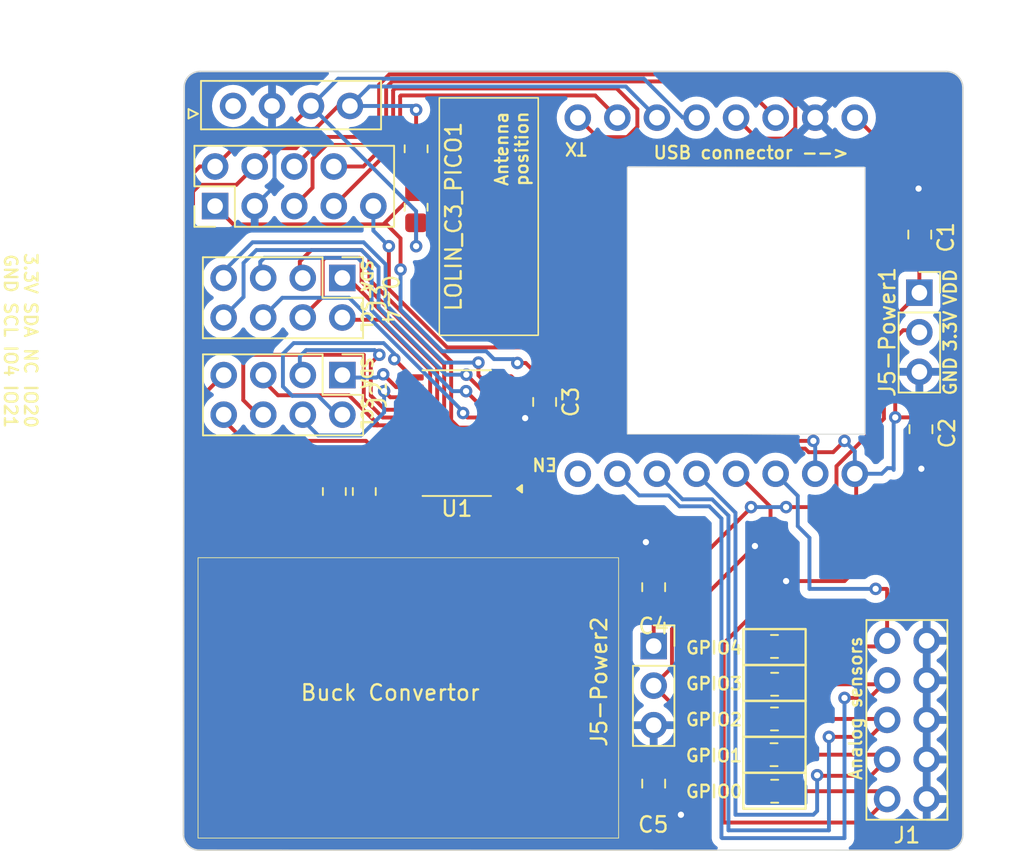
<source format=kicad_pcb>
(kicad_pcb (version 20240108) (generator "pcbnew") (generator_version "8.0")
  (layers (0 "F.Cu" signal) (31 "B.Cu" signal) (34 "B.Paste" user) (35 "F.Paste" user) (36 "B.SilkS" user "B.Silkscreen") (37 "F.SilkS" user "F.Silkscreen") (38 "B.Mask" user) (39 "F.Mask" user) (44 "Edge.Cuts" user))
  (net 0 "")
  (net 1 "GND")
  (net 2 "VDD")
  (net 3 "+3.3V")
  (net 4 "/SDA")
  (net 5 "/SCL")
  (net 6 "/SPI_CS")
  (net 7 "/GPIO4_LED")
  (net 8 "/GPIO20_RX")
  (net 9 "/GPIO21_TX")
  (net 11 "Net-(J1-Pin_4)")
  (net 12 "Net-(J1-Pin_2)")
  (net 13 "Vdd")
  (net 14 "Net-(J1-Pin_10)")
  (net 15 "Net-(J1-Pin_6)")
  (net 16 "Net-(J1-Pin_8)")
  (net 17 "/A5")
  (net 22 "Net-(J2-Pin_8)")
  (net 23 "Net-(J2-Pin_1)")
  (net 24 "Net-(J2-Pin_3)")
  (net 25 "Net-(J2-Pin_4)")
  (net 26 "Net-(J2-Pin_7)")
  (net 27 "Net-(J2-Pin_6)")
  (net 28 "Net-(J2-Pin_5)")
  (net 29 "Net-(J2-Pin_2)")
  (net 30 "Net-(J3-Pin_6)")
  (net 31 "Net-(J3-Pin_1)")
  (net 32 "Net-(J3-Pin_2)")
  (net 33 "Net-(J3-Pin_8)")
  (net 34 "Net-(J3-Pin_5)")
  (net 35 "Net-(J3-Pin_4)")
  (net 36 "Net-(J3-Pin_7)")
  (net 37 "Net-(J3-Pin_3)")
  (net 38 "Net-(U1-SCL)")
  (net 39 "Net-(U1-SDA)")
  (footprint "Resistor_SMD:R_0805_2012Metric_Pad1.20x1.40mm_HandSolder" (layer "F.Cu") (at 216.477471 100.14289 180)
    (property "Reference" "R16" (hide yes))
    (property "Value" "R")
  )
  (footprint "Resistor_SMD:R_0805_2012Metric_Pad1.20x1.40mm_HandSolder" (layer "F.Cu") (at 188.25 83.25 -90)
    (property "Reference" "R4" (hide yes))
    (property "Value" "R")
  )
  (footprint "Connector_PinHeader_2.54mm:PinHeader_2x05_P2.54mm_Vertical" (layer "F.Cu") (at 226.275 102.99 180)
    (property "Reference" "J1")
    (property "Value" "Conn_01x06")
  )
  (footprint "Resistor_SMD:R_0805_2012Metric_Pad1.20x1.40mm_HandSolder" (layer "F.Cu") (at 216.517364 102.489315 180)
    (property "Reference" "R17" (hide yes))
    (property "Value" "R")
  )
  (footprint "Capacitor_SMD:C_0805_2012Metric_Pad1.18x1.45mm_HandSolder" (layer "F.Cu") (at 201.75 77.5 -90)
    (property "Reference" "C3")
    (property "Value" "C_Small")
  )
  (footprint "Resistor_SMD:R_0805_2012Metric_Pad1.20x1.40mm_HandSolder" (layer "F.Cu") (at 190.173059 83.25 90)
    (property "Reference" "R1" (hide yes))
    (property "Value" "R")
  )
  (footprint "Connector_PinSocket_2.54mm:PinSocket_1x03_P2.54mm_Vertical" (layer "F.Cu") (at 208.75 93.17)
    (property "Reference" "J5-Power2")
    (property "Value" "Conn_01x03")
  )
  (footprint "Capacitor_SMD:C_0805_2012Metric_Pad1.18x1.45mm_HandSolder" (layer "F.Cu") (at 225.8314 66.7551 -90)
    (property "Reference" "C1")
    (property "Value" "C_Small")
  )
  (footprint "Resistor_SMD:R_0805_2012Metric_Pad1.20x1.40mm_HandSolder" (layer "F.Cu") (at 216.517364 95.623253 180)
    (property "Reference" "R14" (hide yes))
    (property "Value" "R" (hide yes))
  )
  (footprint "Connector_PinHeader_2.54mm:PinHeader_2x04_P2.54mm_Vertical" (layer "F.Cu") (at 188.768084 75.775065 -90)
    (property "Reference" "J2")
    (property "Value" "Conn_01x06")
  )
  (footprint "Connector_PinHeader_2.54mm:PinHeader_2x04_P2.54mm_Vertical" (layer "F.Cu") (at 188.762287 69.539929 -90)
    (property "Reference" "J3")
    (property "Value" "Conn_01x06")
  )
  (footprint "Resistor_SMD:R_0805_2012Metric_Pad1.20x1.40mm_HandSolder" (layer "F.Cu") (at 216.504548 93.195806 180)
    (property "Reference" "R13" (hide yes))
    (property "Value" "R" (hide yes))
  )
  (footprint "Resistor_SMD:R_0805_2012Metric_Pad1.20x1.40mm_HandSolder" (layer "F.Cu") (at 216.504135 97.849793 180)
    (property "Reference" "R15" (hide yes))
    (property "Value" "R" (hide yes))
  )
  (footprint "Connector_PinHeader_2.54mm:PinHeader_2x05_P2.54mm_Vertical" (layer "F.Cu") (at 180.595928 64.925302 90)
    (property "Reference" "J4-OffTheShelf-Digital1" (hide yes))
    (property "Value" "Conn_02x06_Counter_Clockwise")
  )
  (footprint "Resistor_SMD:R_0805_2012Metric_Pad1.20x1.40mm_HandSolder" (layer "F.Cu") (at 193.5 65 90)
    (property "Reference" "R2" (hide yes))
    (property "Value" "R")
  )
  (footprint "User:LOLIN_C3_PICO_1.0.0" (layer "F.Cu") (at 214.04 69.41 90)
    (property "Reference" "LOLIN_C3_PICO1")
    (property "Value" "~" (hide yes))
    (fp_rect (start -10.16 -6.985) (end 6.985 8.255) (stroke (width 0.05)) (fill none) (layer "Edge.Cuts"))
  )
  (footprint "Capacitor_SMD:C_0805_2012Metric_Pad1.18x1.45mm_HandSolder" (layer "F.Cu") (at 225.9076 79.2519 90)
    (property "Reference" "C2")
    (property "Value" "C_Small")
  )
  (footprint "Package_SO:TSSOP-24_4.4x7.8mm_P0.65mm" (layer "F.Cu") (at 196.1125 79.5 180)
    (property "Reference" "U1")
    (property "Value" "TCA9548APWR")
  )
  (footprint "Capacitor_SMD:C_0805_2012Metric_Pad1.18x1.45mm_HandSolder" (layer "F.Cu") (at 208.75 89.39001 -90)
    (property "Reference" "C4")
    (property "Value" "C_Small")
  )
  (footprint "Connector_PinSocket_2.54mm:PinSocket_1x03_P2.54mm_Vertical" (layer "F.Cu") (at 225.806 70.485)
    (property "Reference" "J5-Power1")
    (property "Value" "Conn_01x03")
  )
  (footprint "Capacitor_SMD:C_0805_2012Metric_Pad1.18x1.45mm_HandSolder" (layer "F.Cu") (at 208.75 102 90)
    (property "Reference" "C5")
    (property "Value" "C_Small")
  )
  (footprint "Connector_JST:JST_VH_B4P-VH-B_1x04_P3.96mm_Vertical" (layer "F.Cu") (at 181.75 59)
    (property "Reference" "J3-MagneticInterconnect1" (hide yes))
    (property "Value" "Conn_01x08" (hide yes))
  )
  (footprint "Resistor_SMD:R_0805_2012Metric_Pad1.20x1.40mm_HandSolder" (layer "F.Cu") (at 193.5 61.25 -90)
    (property "Reference" "R3" (hide yes))
    (property "Value" "R")
  )
  (gr_rect (start 214.504548 101.304079) (end 218.504548 103.614528) (stroke (width 0.15)) (fill none) (layer "F.SilkS"))
  (gr_rect (start 214.504548 96.688926) (end 218.504548 98.999375) (stroke (width 0.15)) (fill none) (layer "F.SilkS"))
  (gr_rect (start 179.5 87.5) (end 206.5 105.5) (stroke (width 0.05)) (fill none) (layer "F.SilkS"))
  (gr_rect (start 214.505855 92.080766) (end 218.505855 94.391215) (stroke (width 0.15)) (fill none) (layer "F.SilkS"))
  (gr_rect (start 214.5 99) (end 218.5 101.310449) (stroke (width 0.15)) (fill none) (layer "F.SilkS"))
  (gr_rect (start 214.504548 94.385357) (end 218.504548 96.695806) (stroke (width 0.15)) (fill none) (layer "F.SilkS"))
  (gr_arc (start 178.6128 57.3024) (mid 178.910379 56.583979) (end 179.6288 56.2864) (stroke (width 0.1)) (layer "Edge.Cuts"))
  (gr_arc (start 179.6034 106.273909) (mid 178.875836 105.977726) (end 178.562001 105.2576) (stroke (width 0.1)) (layer "Edge.Cuts"))
  (gr_arc (start 228.601264 105.241224) (mid 228.305081 105.968788) (end 227.584955 106.282623) (stroke (width 0.1)) (layer "Edge.Cuts"))
  (gr_line (start 178.6128 57.3024) (end 178.562001 105.2576) (stroke (width 0.1)) (layer "Edge.Cuts"))
  (gr_line (start 228.601264 105.241224) (end 228.6 57.3532) (stroke (width 0.1)) (layer "Edge.Cuts"))
  (gr_arc (start 227.5332 56.2864) (mid 228.287542 56.598858) (end 228.6 57.3532) (stroke (width 0.1)) (layer "Edge.Cuts"))
  (gr_line (start 179.6034 106.273909) (end 227.584955 106.282623) (stroke (width 0.1)) (layer "Edge.Cuts"))
  (gr_line (start 227.5332 56.2864) (end 179.6288 56.2864) (stroke (width 0.1)) (layer "Edge.Cuts"))
  (gr_text "EN" (at 201.75 81.5 180) (layer "F.SilkS") (effects (font (size 0.8 0.8))))
  (gr_text "GPIO2\n" (at 210.736054 98.3629 0) (layer "F.SilkS") (effects (font (size 0.8 0.8)) (justify left bottom)))
  (gr_text "3.3V" (at 227.7872 72.948804 90) (layer "F.SilkS") (effects (font (size 0.8 0.8))))
  (gr_text "SDA\n" (at 189.905315 74.563853 270) (layer "F.SilkS") (effects (font (size 0.7 0.7)) (justify left bottom)))
  (gr_text "IO20\nIO21" (at 167 77.784443 -90) (layer "F.SilkS") (effects (font (size 0.8 0.8)) (justify bottom)))
  (gr_text "NC\nIO4" (at 167 74.876137 -90) (layer "F.SilkS") (effects (font (size 0.8 0.8)) (justify bottom)))
  (gr_text "Buck Convertor" (at 186 96.75 0) (layer "F.SilkS") (effects (font (size 1 1)) (justify left bottom)))
  (gr_text "SCL" (at 189.905315 70.916479 270) (layer "F.SilkS") (effects (font (size 0.7 0.7)) (justify left bottom)))
  (gr_text "VDD" (at 227.7872 70.1294 90) (layer "F.SilkS") (effects (font (size 0.8 0.8))))
  (gr_text "GPIO3\n" (at 210.736054 96.059331 0) (layer "F.SilkS") (effects (font (size 0.8 0.8)) (justify left bottom)))
  (gr_text "TX" (at 203.75 61.25 180) (layer "F.SilkS") (effects (font (size 0.8 0.8))))
  (gr_text "GPIO0" (at 210.736054 102.978053 0) (layer "F.SilkS") (effects (font (size 0.8 0.8)) (justify left bottom)))
  (gr_text "SDA\n" (at 189.905315 68.316479 270) (layer "F.SilkS") (effects (font (size 0.7 0.7)) (justify left bottom)))
  (gr_text "GPIO1\n" (at 210.731506 100.673974 0) (layer "F.SilkS") (effects (font (size 0.8 0.8)) (justify left bottom)))
  (gr_text "3.3V\nGND" (at 167 69.25 -90) (layer "F.SilkS") (effects (font (size 0.8 0.8)) (justify bottom)))
  (gr_text "GND" (at 227.7872 75.8444 90) (layer "F.SilkS") (effects (font (size 0.8 0.8))))
  (gr_text "USB connector -->" (at 215 61.5 0) (layer "F.SilkS") (effects (font (size 0.8 0.8))))
  (gr_text "SCL" (at 189.905315 77.163853 270) (layer "F.SilkS") (effects (font (size 0.7 0.7)) (justify left bottom)))
  (gr_text "Analog sensors" (at 221.717142 97.159468 90) (layer "F.SilkS") (effects (font (size 0.8 0.8))))
  (gr_text "GPIO4\n" (at 210.737361 93.75474 0) (layer "F.SilkS") (effects (font (size 0.8 0.8)) (justify left bottom)))
  (gr_text "0-4" (at 191.25 69.25 -90) (layer "F.SilkS") (effects (font (size 1 1)) (justify left bottom)))
  (gr_text "SDA\nSCL\n" (at 167 72.215449 -90) (layer "F.SilkS") (effects (font (size 0.8 0.8)) (justify bottom)))
  (gr_text "Antenna\nposition" (at 199.644 61.25 90) (layer "F.SilkS") (effects (font (size 0.8 0.8))))
  (segment (start 225.7552 63.8048) (end 225.7552 65.6178) (width 0.25) (layer "F.Cu") (net 1))
  (segment (start 208.75 86.75) (end 208.25 86.5) (width 0.25) (layer "F.Cu") (net 1))
  (segment (start 225.933 81.788) (end 225.933 80.3148) (width 0.25) (layer "F.Cu") (net 1))
  (segment (start 225.933 81.788) (end 225.806 81.661) (width 0.25) (layer "F.Cu") (net 1))
  (segment (start 225.7552 65.6178) (end 225.6554 65.7176) (width 0.25) (layer "F.Cu") (net 1))
  (segment (start 200.5 78.5375) (end 202 78.5375) (width 0.25) (layer "F.Cu") (net 1))
  (segment (start 199.648139 75.898139) (end 198.752184 75.898139) (width 0.25) (layer "F.Cu") (net 1))
  (segment (start 200.5 76.75) (end 199.648139 75.898139) (width 0.25) (layer "F.Cu") (net 1))
  (segment (start 209.5375 103.0375) (end 210.5 104) (width 0.25) (layer "F.Cu") (net 1))
  (segment (start 208.75 103.0375) (end 209.5375 103.0375) (width 0.25) (layer "F.Cu") (net 1))
  (segment (start 225.933 80.3148) (end 225.9076 80.2894) (width 0.25) (layer "F.Cu") (net 1))
  (segment (start 200.5 78.5375) (end 200.5 76.75) (width 0.25) (layer "F.Cu") (net 1))
  (segment (start 208.25 86.5) (end 208.5 86.5) (width 0.25) (layer "F.Cu") (net 1))
  (segment (start 210.5 104) (end 210.375 103.875) (width 0.25) (layer "F.Cu") (net 1))
  (segment (start 208.75 88.4625) (end 208.75 86.75) (width 0.25) (layer "F.Cu") (net 1))
  (via (at 225.933 81.788) (size 0.8) (drill 0.4) (layers "F.Cu" "B.Cu") (net 1))
  (via (at 200.5 78.5375) (size 0.8) (drill 0.4) (layers "F.Cu" "B.Cu") (net 1))
  (via (at 210.5 104) (size 0.8) (drill 0.4) (layers "F.Cu" "B.Cu") (net 1))
  (via (at 208.25 86.5) (size 0.8) (drill 0.4) (layers "F.Cu" "B.Cu") (net 1))
  (via (at 225.7552 63.8048) (size 0.8) (drill 0.4) (layers "F.Cu" "B.Cu") (net 1))
  (segment (start 184.409575 61.340425) (end 185 60.75) (width 0.25) (layer "B.Cu") (net 1))
  (segment (start 184.409575 63.651655) (end 184.409575 61.340425) (width 0.25) (layer "B.Cu") (net 1))
  (segment (start 183.135928 64.925302) (end 184.409575 63.651655) (width 0.25) (layer "B.Cu") (net 1))
  (segment (start 208.75 93.17) (end 208.75 90.5375) (width 0.25) (layer "F.Cu") (net 2))
  (segment (start 223.3676 60.8676) (end 221.75 59.25) (width 0.25) (layer "F.Cu") (net 2))
  (segment (start 220.485 83.015) (end 220.485 81.623299) (width 0.25) (layer "F.Cu") (net 2))
  (segment (start 223.5316 72.7594) (end 225.806 70.485) (width 0.25) (layer "F.Cu") (net 2))
  (segment (start 223.3676 66.9036) (end 223.3676 60.8676) (width 0.25) (layer "F.Cu") (net 2))
  (segment (start 217.25 84.25) (end 219.25 84.25) (width 0.25) (layer "F.Cu") (net 2))
  (segment (start 215 84.2875) (end 208.75 90.5375) (width 0.25) (layer "F.Cu") (net 2))
  (segment (start 225.8314 67.7926) (end 224.2566 67.7926) (width 0.25) (layer "F.Cu") (net 2))
  (segment (start 215 84.25) (end 215 84.2875) (width 0.25) (layer "F.Cu") (net 2))
  (segment (start 219.25 84.25) (end 220.485 83.015) (width 0.25) (layer "F.Cu") (net 2))
  (segment (start 220.485 81.623299) (end 223.5316 78.576699) (width 0.25) (layer "F.Cu") (net 2))
  (segment (start 223.5316 78.576699) (end 223.5316 72.7594) (width 0.25) (layer "F.Cu") (net 2))
  (segment (start 225.806 67.818) (end 225.806 70.485) (width 0.25) (layer "F.Cu") (net 2))
  (segment (start 224.2566 67.7926) (end 223.3676 66.9036) (width 0.25) (layer "F.Cu") (net 2))
  (segment (start 225.8314 67.7926) (end 225.806 67.818) (width 0.25) (layer "F.Cu") (net 2))
  (via (at 217.25 84.25) (size 0.8) (drill 0.4) (layers "F.Cu" "B.Cu") (net 2))
  (via (at 215 84.25) (size 0.8) (drill 0.4) (layers "F.Cu" "B.Cu") (net 2))
  (segment (start 217.25 84.25) (end 215 84.25) (width 0.25) (layer "B.Cu") (net 2))
  (segment (start 215.517364 100.182783) (end 215.477471 100.14289) (width 0.25) (layer "F.Cu") (net 3))
  (segment (start 203.25 77.7125) (end 203.25 79.5) (width 0.25) (layer "F.Cu") (net 3))
  (segment (start 193.027184 83.048139) (end 193.729045 83.75) (width 0.25) (layer "F.Cu") (net 3))
  (segment (start 215.517364 93.208622) (end 215.504548 93.195806) (width 0.25) (layer "F.Cu") (net 3))
  (segment (start 215.5 89) (end 217.25 89) (width 0.25) (layer "F.Cu") (net 3))
  (segment (start 200.25 81.75) (end 202 80) (width 0.25) (layer "F.Cu") (net 3))
  (segment (start 221 89) (end 221.5 88.5) (width 0.25) (layer "F.Cu") (net 3))
  (segment (start 215.504135 95.636482) (end 215.517364 95.623253) (width 0.25) (layer "F.Cu") (net 3))
  (segment (start 221.5 84.1935) (end 221.75 83.9435) (width 0.25) (layer "F.Cu") (net 3))
  (segment (start 193.5 64) (end 193.5 62.25) (width 0.25) (layer "F.Cu") (net 3))
  (segment (start 191.399698 66.100302) (end 192.475 65.025) (width 0.25) (layer "F.Cu") (net 3))
  (segment (start 204.25 80.5) (end 218.474695 80.5) (width 0.25) (layer "F.Cu") (net 3))
  (segment (start 221.66 81.66) (end 221.66 82.11) (width 0.25) (layer "F.Cu") (net 3))
  (segment (start 224.7646 72.898) (end 225.8314 72.898) (width 0.25) (layer "F.Cu") (net 3))
  (segment (start 215.477471 100.14289) (end 215.477471 97.876457) (width 0.25) (layer "F.Cu") (net 3))
  (segment (start 192.5 67) (end 192.5 69) (width 0.25) (layer "F.Cu") (net 3))
  (segment (start 202 76.4625) (end 200.5375 75) (width 0.25) (layer "F.Cu") (net 3))
  (segment (start 209.925 94.535) (end 208.75 95.71) (width 0.25) (layer "F.Cu") (net 3))
  (segment (start 224.2566 78.4899) (end 225.6321 78.4899) (width 0.25) (layer "F.Cu") (net 3))
  (segment (start 217.25 89) (end 221 89) (width 0.25) (layer "F.Cu") (net 3))
  (segment (start 218.474695 80.5) (end 218.699695 80.725) (width 0.25) (layer "F.Cu") (net 3))
  (segment (start 209.925 92.075) (end 209.925 94.535) (width 0.25) (layer "F.Cu") (net 3))
  (segment (start 218.699695 80.725) (end 220.275 80.725) (width 0.25) (layer "F.Cu") (net 3))
  (segment (start 191.600302 66.100302) (end 192.5 67) (width 0.25) (layer "F.Cu") (net 3))
  (segment (start 221 80) (end 220.75 80.25) (width 0.25) (layer "F.Cu") (net 3))
  (segment (start 192.475 65.025) (end 193.5 64) (width 0.25) (layer "F.Cu") (net 3))
  (segment (start 200.5375 75) (end 200 75) (width 0.25) (layer "F.Cu") (net 3))
  (segment (start 203.25 79.5) (end 204.25 80.5) (width 0.25) (layer "F.Cu") (net 3))
  (segment (start 180.595928 64.925302) (end 181.770928 66.100302) (width 0.25) (layer "F.Cu") (net 3))
  (segment (start 208.75 100.9625) (end 210.25 99.4625) (width 0.25) (layer "F.Cu") (net 3))
  (segment (start 221.5 88.5) (end 221.5 84.1935) (width 0.25) (layer "F.Cu") (net 3))
  (segment (start 202 76.4625) (end 203.25 77.7125) (width 0.25) (layer "F.Cu") (net 3))
  (segment (start 181.770928 66.100302) (end 191.399698 66.100302) (width 0.25) (layer "F.Cu") (net 3))
  (segment (start 210.25 97.21) (end 208.75 95.71) (width 0.25) (layer "F.Cu") (net 3))
  (segment (start 191.399698 66.100302) (end 191.600302 66.100302) (width 0.25) (layer "F.Cu") (net 3))
  (segment (start 215.477471 97.876457) (end 215.504135 97.849793) (width 0.25) (layer "F.Cu") (net 3))
  (segment (start 215.25 86.75) (end 209.925 92.075) (width 0.25) (layer "F.Cu") (net 3))
  (segment (start 220.275 80.725) (end 221 80) (width 0.25) (layer "F.Cu") (net 3))
  (segment (start 215.5 89.5) (end 215.5 89) (width 0.25) (layer "F.Cu") (net 3))
  (segment (start 224.2566 73.406) (end 224.7646 72.898) (width 0.25) (layer "F.Cu") (net 3))
  (segment (start 210.25 99.4625) (end 210.25 97.21) (width 0.25) (layer "F.Cu") (net 3))
  (segment (start 200.25 83.5) (end 200.25 81.75) (width 0.25) (layer "F.Cu") (net 3))
  (segment (start 215.504135 97.849793) (end 215.504135 95.636482) (width 0.25) (layer "F.Cu") (net 3))
  (segment (start 215.517364 102.489315) (end 215.517364 100.182783) (width 0.25) (layer "F.Cu") (net 3))
  (segment (start 193.729045 83.75) (end 200 83.75) (width 0.25) (layer "F.Cu") (net 3))
  (segment (start 221.75 83.9435) (end 221.75 82.11) (width 0.25) (layer "F.Cu") (net 3))
  (segment (start 215.517364 95.623253) (end 215.517364 93.208622) (width 0.25) (layer "F.Cu") (net 3))
  (segment (start 215.504548 89.504548) (end 215.5 89.5) (width 0.25) (layer "F.Cu") (net 3))
  (segment (start 224.2566 78.4899) (end 224.2566 73.406) (width 0.25) (layer "F.Cu") (net 3))
  (segment (start 225.6321 78.4899) (end 225.9076 78.2144) (width 0.25) (layer "F.Cu") (net 3))
  (segment (start 202 80) (end 202.75 80) (width 0.25) (layer "F.Cu") (net 3))
  (segment (start 200 83.75) (end 200.25 83.5) (width 0.25) (layer "F.Cu") (net 3))
  (segment (start 215.504548 93.195806) (end 215.504548 89.504548) (width 0.25) (layer "F.Cu") (net 3))
  (segment (start 202.75 80) (end 203.25 79.5) (width 0.25) (layer "F.Cu") (net 3))
  (via (at 224.2566 78.4899) (size 0.8) (drill 0.4) (layers "F.Cu" "B.Cu") (net 3))
  (via (at 215.25 86.75) (size 0.8) (drill 0.4) (layers "F.Cu" "B.Cu") (net 3))
  (via (at 217.25 89) (size 0.8) (drill 0.4) (layers "F.Cu" "B.Cu") (net 3))
  (via (at 221 80) (size 0.8) (drill 0.4) (layers "F.Cu" "B.Cu") (net 3))
  (via (at 192.5 69) (size 0.8) (drill 0.4) (layers "F.Cu" "B.Cu") (net 3))
  (via (at 200 75) (size 0.8) (drill 0.4) (layers "F.Cu" "B.Cu") (net 3))
  (segment (start 200 75) (end 199.75 74.75) (width 0.25) (layer "B.Cu") (net 3))
  (segment (start 215.25 87) (end 215.25 86.75) (width 0.25) (layer "B.Cu") (net 3))
  (segment (start 195.184963 74.248139) (end 192.5 71.563176) (width 0.25) (layer "B.Cu") (net 3))
  (segment (start 221.66 82.11) (end 221.66 80.66) (width 0.25) (layer "B.Cu") (net 3))
  (segment (start 192.5 71.563176) (end 192.5 69) (width 0.25) (layer "B.Cu") (net 3))
  (segment (start 224.155 78.5915) (end 224.2566 78.4899) (width 0.25) (layer "B.Cu") (net 3))
  (segment (start 224.155 81.864) (end 224.155 81.75) (width 0.25) (layer "B.Cu") (net 3))
  (segment (start 224.155 81.75) (end 224.155 78.5915) (width 0.25) (layer "B.Cu") (net 3))
  (segment (start 224.155 81.75) (end 223.75 81.75) (width 0.25) (layer "B.Cu") (net 3))
  (segment (start 197.998139 74.248139) (end 195.184963 74.248139) (width 0.25) (layer "B.Cu") (net 3))
  (segment (start 215.25 86.75) (end 217.25 89) (width 0.25) (layer "B.Cu") (net 3))
  (segment (start 223.39 82.11) (end 221.75 82.11) (width 0.25) (layer "B.Cu") (net 3))
  (segment (start 199.75 74.75) (end 198.5 74.75) (width 0.25) (layer "B.Cu") (net 3))
  (segment (start 221.66 80.66) (end 221 80) (width 0.25) (layer "B.Cu") (net 3))
  (segment (start 223.75 81.75) (end 223.39 82.11) (width 0.25) (layer "B.Cu") (net 3))
  (segment (start 198.5 74.75) (end 197.998139 74.248139) (width 0.25) (layer "B.Cu") (net 3))
  (segment (start 184.5 81.35) (end 180.58527 81.35) (width 0.25) (layer "F.Cu") (net 4))
  (segment (start 188.75 82) (end 188.1 81.35) (width 0.25) (layer "F.Cu") (net 4))
  (segment (start 179.614698 62.385302) (end 180.595928 62.385302) (width 0.25) (layer "F.Cu") (net 4))
  (segment (start 180.595928 62.385302) (end 182.220928 60.760302) (width 0.25) (layer "F.Cu") (net 4))
  (segment (start 188.1 81.35) (end 183.717252 81.35) (width 0.25) (layer "F.Cu") (net 4))
  (segment (start 178.73148 63.26852) (end 179.614698 62.385302) (width 0.25) (layer "F.Cu") (net 4))
  (segment (start 178.730637 79.495367) (end 178.730637 64.06476) (width 0.25) (layer "F.Cu") (net 4))
  (segment (start 193.5 67.5) (end 193.5 67.25) (width 0.25) (layer "F.Cu") (net 4))
  (segment (start 184.489698 60.760302) (end 186.75 58.5) (width 0.25) (layer "F.Cu") (net 4))
  (segment (start 182.220928 60.760302) (end 184.489698 60.760302) (width 0.25) (layer "F.Cu") (net 4))
  (segment (start 193.5 66) (end 193.5 67.5) (width 0.25) (layer "F.Cu") (net 4))
  (segment (start 180.58527 81.35) (end 178.730637 79.495367) (width 0.25) (layer "F.Cu") (net 4))
  (segment (start 178.730637 64.06476) (end 178.73148 63.26852) (width 0.25) (layer "F.Cu") (net 4))
  (via (at 193.5 67.5) (size 0.8) (drill 0.4) (layers "F.Cu" "B.Cu") (net 4))
  (segment (start 211.5 59.25) (end 210.621701 59.25) (width 0.25) (layer "B.Cu") (net 4))
  (segment (start 193.5 65.25) (end 186.75 58.5) (width 0.25) (layer "B.Cu") (net 4))
  (segment (start 188.5 56.75) (end 186.75 58.5) (width 0.25) (layer "B.Cu") (net 4))
  (segment (start 210.621701 59.25) (end 208.121701 56.75) (width 0.25) (layer "B.Cu") (net 4))
  (segment (start 208.121701 56.75) (end 188.5 56.75) (width 0.25) (layer "B.Cu") (net 4))
  (segment (start 193.5 67.5) (end 193.5 65.25) (width 0.25) (layer "B.Cu") (net 4))
  (segment (start 188.5 58.5) (end 189.25 58.5) (width 0.25) (layer "F.Cu") (net 5))
  (segment (start 190.75 82) (end 189.65 80.9) (width 0.25) (layer "F.Cu") (net 5))
  (segment (start 193.5 60.25) (end 193.5 58.75) (width 0.25) (layer "F.Cu") (net 5))
  (segment (start 179.18044 64.251353) (end 179.180716 63.990514) (width 0.25) (layer "F.Cu") (net 5))
  (segment (start 179.180716 63.990514) (end 179.610928 63.560302) (width 0.25) (layer "F.Cu") (net 5))
  (segment (start 181.960928 63.560302) (end 183.135928 62.385302) (width 0.25) (layer "F.Cu") (net 5))
  (segment (start 179.610928 63.560302) (end 181.960928 63.560302) (width 0.25) (layer "F.Cu") (net 5))
  (segment (start 184.310928 61.210302) (end 185.789698 61.210302) (width 0.25) (layer "F.Cu") (net 5))
  (segment (start 185.789698 61.210302) (end 188.5 58.5) (width 0.25) (layer "F.Cu") (net 5))
  (segment (start 183.135928 62.385302) (end 184.310928 61.210302) (width 0.25) (layer "F.Cu") (net 5))
  (segment (start 179.18044 79.308774) (end 179.18044 64.251353) (width 0.25) (layer "F.Cu") (net 5))
  (segment (start 189.65 80.9) (end 180.771666 80.9) (width 0.25) (layer "F.Cu") (net 5))
  (segment (start 180.771666 80.9) (end 179.18044 79.308774) (width 0.25) (layer "F.Cu") (net 5))
  (via (at 193.5 58.75) (size 0.8) (drill 0.4) (layers "F.Cu" "B.Cu") (net 5))
  (segment (start 206.96 57.25) (end 190.5 57.25) (width 0.25) (layer "B.Cu") (net 5))
  (segment (start 193.25 58.5) (end 193.5 58.75) (width 0.25) (layer "B.Cu") (net 5))
  (segment (start 208.96 59.25) (end 206.96 57.25) (width 0.25) (layer "B.Cu") (net 5))
  (segment (start 190.5 57.25) (end 189.25 58.5) (width 0.25) (layer "B.Cu") (net 5))
  (segment (start 189.25 58.5) (end 193.25 58.5) (width 0.25) (layer "B.Cu") (net 5))
  (segment (start 187.75 61) (end 190.863604 61) (width 0.25) (layer "F.Cu") (net 6))
  (segment (start 214.254475 56.924475) (end 216.58 59.25) (width 0.25) (layer "F.Cu") (net 6))
  (segment (start 185.675928 64.925302) (end 186.850928 63.750302) (width 0.25) (layer "F.Cu") (net 6))
  (segment (start 190.863604 61) (end 191.575 60.288604) (width 0.25) (layer "F.Cu") (net 6))
  (segment (start 186.850928 63.750302) (end 186.850928 61.899072) (width 0.25) (layer "F.Cu") (net 6))
  (segment (start 191.964129 56.924475) (end 214.254475 56.924475) (width 0.25) (layer "F.Cu") (net 6))
  (segment (start 186.850928 61.899072) (end 187.75 61) (width 0.25) (layer "F.Cu") (net 6))
  (segment (start 191.575 60.288604) (end 191.575 57.313604) (width 0.25) (layer "F.Cu") (net 6))
  (segment (start 191.575 57.313604) (end 191.964129 56.924475) (width 0.25) (layer "F.Cu") (net 6))
  (segment (start 185.675928 62.385302) (end 187.572626 60.488604) (width 0.25) (layer "F.Cu") (net 7))
  (segment (start 191.777733 56.474475) (end 215.720325 56.474475) (width 0.25) (layer "F.Cu") (net 7))
  (segment (start 217.154239 60.595761) (end 215.385761 60.595761) (width 0.25) (layer "F.Cu") (net 7))
  (segment (start 190.738604 60.488604) (end 191.125 60.102208) (width 0.25) (layer "F.Cu") (net 7))
  (segment (start 187.572626 60.488604) (end 190.738604 60.488604) (width 0.25) (layer "F.Cu") (net 7))
  (segment (start 215.385761 60.595761) (end 214.04 59.25) (width 0.25) (layer "F.Cu") (net 7))
  (segment (start 217.840456 59.909544) (end 217.154239 60.595761) (width 0.25) (layer "F.Cu") (net 7))
  (segment (start 215.720325 56.474475) (end 217.840456 58.594606) (width 0.25) (layer "F.Cu") (net 7))
  (segment (start 191.125 57.127208) (end 191.777733 56.474475) (width 0.25) (layer "F.Cu") (net 7))
  (segment (start 217.840456 58.594606) (end 217.840456 59.909544) (width 0.25) (layer "F.Cu") (net 7))
  (segment (start 191.125 60.102208) (end 191.125 57.127208) (width 0.25) (layer "F.Cu") (net 7))
  (segment (start 192.475 57.87395) (end 192.524475 57.824475) (width 0.25) (layer "F.Cu") (net 8))
  (segment (start 188.215928 64.925302) (end 192.475 60.66623) (width 0.25) (layer "F.Cu") (net 8))
  (segment (start 192.475 60.66623) (end 192.475 57.87395) (width 0.25) (layer "F.Cu") (net 8))
  (segment (start 204.994475 57.824475) (end 206.42 59.25) (width 0.25) (layer "F.Cu") (net 8))
  (segment (start 206.25 59.42) (end 206.42 59.25) (width 0.25) (layer "F.Cu") (net 8))
  (segment (start 192.524475 57.824475) (end 204.994475 57.824475) (width 0.25) (layer "F.Cu") (net 8))
  (segment (start 206 59.76) (end 206.51 59.25) (width 0.25) (layer "F.Cu") (net 8))
  (segment (start 206.374475 57.374475) (end 207.702136 58.702136) (width 0.25) (layer "F.Cu") (net 9))
  (segment (start 207.702136 58.702136) (end 207.702136 59.838715) (width 0.25) (layer "F.Cu") (net 9))
  (segment (start 192.025 60.475) (end 192.025 57.5) (width 0.25) (layer "F.Cu") (net 9))
  (segment (start 205.13 60.5) (end 203.88 59.25) (width 0.25) (layer "F.Cu") (net 9))
  (segment (start 207.702136 59.838715) (end 207.040851 60.5) (width 0.25) (layer "F.Cu") (net 9))
  (segment (start 207.040851 60.5) (end 205.13 60.5) (width 0.25) (layer "F.Cu") (net 9))
  (segment (start 192.150525 57.374475) (end 206.374475 57.374475) (width 0.25) (layer "F.Cu") (net 9))
  (segment (start 192.025 57.5) (end 192.150525 57.374475) (width 0.25) (layer "F.Cu") (net 9))
  (segment (start 188.215928 62.385302) (end 190.114698 62.385302) (width 0.25) (layer "F.Cu") (net 9))
  (segment (start 190.114698 62.385302) (end 192.025 60.475) (width 0.25) (layer "F.Cu") (net 9))
  (segment (start 223.42789 100.14289) (end 217.477471 100.14289) (width 0.25) (layer "F.Cu") (net 11))
  (segment (start 219.24335 101.462174) (end 219.462174 101.5) (width 0.25) (layer "F.Cu") (net 11))
  (segment (start 223.735 100.45) (end 222.685 101.5) (width 0.25) (layer "F.Cu") (net 11))
  (segment (start 222.685 101.5) (end 219.537826 101.5) (width 0.25) (layer "F.Cu") (net 11))
  (segment (start 219.537826 101.5) (end 219.24335 101.462174) (width 0.25) (layer "F.Cu") (net 11))
  (segment (start 223.735 100.45) (end 223.42789 100.14289) (width 0.25) (layer "F.Cu") (net 11))
  (segment (start 219.462174 101.5) (end 219.5 101.5) (width 0.25) (layer "F.Cu") (net 11))
  (via (at 219.24335 101.462174) (size 0.8) (drill 0.4) (layers "F.Cu" "B.Cu") (net 11))
  (segment (start 219.24335 101.462174) (end 219.24335 103.75665) (width 0.25) (layer "B.Cu") (net 11))
  (segment (start 219 104) (end 214 104) (width 0.25) (layer "B.Cu") (net 11))
  (segment (start 219.24335 103.75665) (end 219 104) (width 0.25) (layer "B.Cu") (net 11))
  (segment (start 214 84.61) (end 211.5 82.11) (width 0.25) (layer "B.Cu") (net 11))
  (segment (start 214 104) (end 214 84.61) (width 0.25) (layer "B.Cu") (net 11))
  (segment (start 222.225 104.5) (end 213.25 104.5) (width 0.25) (layer "F.Cu") (net 12))
  (segment (start 223.234315 102.489315) (end 217.517364 102.489315) (width 0.25) (layer "F.Cu") (net 12))
  (segment (start 213.25 93) (end 215.05 91.2) (width 0.25) (layer "F.Cu") (net 12))
  (segment (start 215.05 88.813604) (end 216.25 87.613604) (width 0.25) (layer "F.Cu") (net 12))
  (segment (start 216.25 84.23) (end 214.13 82.11) (width 0.25) (layer "F.Cu") (net 12))
  (segment (start 223.735 102.99) (end 222.225 104.5) (width 0.25) (layer "F.Cu") (net 12))
  (segment (start 215.05 91.2) (end 215.05 88.813604) (width 0.25) (layer "F.Cu") (net 12))
  (segment (start 213.25 104.5) (end 213.25 93) (width 0.25) (layer "F.Cu") (net 12))
  (segment (start 223.735 102.99) (end 223.234315 102.489315) (width 0.25) (layer "F.Cu") (net 12))
  (segment (start 216.25 87.613604) (end 216.25 84.23) (width 0.25) (layer "F.Cu") (net 12))
  (segment (start 223.369194 93.195806) (end 217.504548 93.195806) (width 0.25) (layer "F.Cu") (net 14))
  (segment (start 223.735 92.83) (end 223.735 89.53) (width 0.25) (layer "F.Cu") (net 14))
  (segment (start 223.705 89.5) (end 223.735 89.53) (width 0.25) (layer "F.Cu") (net 14))
  (segment (start 223.735 92.83) (end 223.369194 93.195806) (width 0.25) (layer "F.Cu") (net 14))
  (segment (start 223 89.5) (end 223.705 89.5) (width 0.25) (layer "F.Cu") (net 14))
  (segment (start 223 89.5) (end 222.97 89.53) (width 0.25) (layer "F.Cu") (net 14))
  (via (at 223 89.5) (size 0.8) (drill 0.4) (layers "F.Cu" "B.Cu") (net 14))
  (segment (start 218.75 86.224695) (end 218 85.474695) (width 0.25) (layer "B.Cu") (net 14))
  (segment (start 218 85.474695) (end 218 83.53) (width 0.25) (layer "B.Cu") (net 14))
  (segment (start 218 83.53) (end 216.58 82.11) (width 0.25) (layer "B.Cu") (net 14))
  (segment (start 218.75 89.5) (end 218.75 86.224695) (width 0.25) (layer "B.Cu") (net 14))
  (segment (start 223 89.5) (end 218.75 89.5) (width 0.25) (layer "B.Cu") (net 14))
  (segment (start 218.269135 97.849793) (end 219 97.849793) (width 0.25) (layer "F.Cu") (net 15))
  (segment (start 219 97.849793) (end 217.504135 97.849793) (width 0.25) (layer "F.Cu") (net 15))
  (segment (start 220 99) (end 222.645 99) (width 0.25) (layer "F.Cu") (net 15))
  (segment (start 223.674793 97.849793) (end 223.735 97.91) (width 0.25) (layer "F.Cu") (net 15))
  (segment (start 222.645 99) (end 223.735 97.91) (width 0.25) (layer "F.Cu") (net 15))
  (segment (start 219 97.849793) (end 223.674793 97.849793) (width 0.25) (layer "F.Cu") (net 15))
  (via (at 220 99) (size 0.8) (drill 0.4) (layers "F.Cu" "B.Cu") (net 15))
  (segment (start 210.6 83.75) (end 208.96 82.11) (width 0.25) (layer "B.Cu") (net 15))
  (segment (start 213.55 105) (end 213.55 84.796396) (width 0.25) (layer "B.Cu") (net 15))
  (segment (start 213.55 84.796396) (end 212.503604 83.75) (width 0.25) (layer "B.Cu") (net 15))
  (segment (start 220 99) (end 220 105) (width 0.25) (layer "B.Cu") (net 15))
  (segment (start 220 105) (end 213.55 105) (width 0.25) (layer "B.Cu") (net 15))
  (segment (start 212.503604 83.75) (end 210.6 83.75) (width 0.25) (layer "B.Cu") (net 15))
  (segment (start 223.481747 95.623253) (end 217.517364 95.623253) (width 0.25) (layer "F.Cu") (net 16))
  (segment (start 222.605 96.5) (end 223.735 95.37) (width 0.25) (layer "F.Cu") (net 16))
  (segment (start 223.735 95.37) (end 223.481747 95.623253) (width 0.25) (layer "F.Cu") (net 16))
  (segment (start 221 96.5) (end 222.605 96.5) (width 0.25) (layer "F.Cu") (net 16))
  (via (at 221 96.5) (size 0.8) (drill 0.4) (layers "F.Cu" "B.Cu") (net 16))
  (segment (start 221 105.5) (end 213.143198 105.5) (width 0.25) (layer "B.Cu") (net 16))
  (segment (start 213.143198 105.5) (end 213.1 105.456802) (width 0.25) (layer "B.Cu") (net 16))
  (segment (start 213.1 105.456802) (end 213.1 84.982792) (width 0.25) (layer "B.Cu") (net 16))
  (segment (start 209.713604 83.5) (end 207.81 83.5) (width 0.25) (layer "B.Cu") (net 16))
  (segment (start 207.81 83.5) (end 206.42 82.11) (width 0.25) (layer "B.Cu") (net 16))
  (segment (start 221 96.5) (end 221 105.5) (width 0.25) (layer "B.Cu") (net 16))
  (segment (start 212.317208 84.2) (end 210.413604 84.2) (width 0.25) (layer "B.Cu") (net 16))
  (segment (start 213.1 84.982792) (end 212.317208 84.2) (width 0.25) (layer "B.Cu") (net 16))
  (segment (start 210.413604 84.2) (end 209.713604 83.5) (width 0.25) (layer "B.Cu") (net 16))
  (segment (start 195.487434 74) (end 201.308223 74) (width 0.25) (layer "F.Cu") (net 17))
  (segment (start 191.75 67.5) (end 191.75 70.262566) (width 0.25) (layer "F.Cu") (net 17))
  (segment (start 201.308223 74) (end 207.308223 80) (width 0.25) (layer "F.Cu") (net 17))
  (segment (start 207.308223 80) (end 219 80) (width 0.25) (layer "F.Cu") (net 17))
  (segment (start 191.75 70.262566) (end 195.487434 74) (width 0.25) (layer "F.Cu") (net 17))
  (via (at 191.75 67.5) (size 0.8) (drill 0.4) (layers "F.Cu" "B.Cu") (net 17))
  (via (at 219 80) (size 0.8) (drill 0.4) (layers "F.Cu" "B.Cu") (net 17))
  (segment (start 219.12 82.11) (end 219.12 80.12) (width 0.25) (layer "B.Cu") (net 17))
  (segment (start 219.12 80.12) (end 219 80) (width 0.25) (layer "B.Cu") (net 17))
  (segment (start 191.75 67.5) (end 190.755928 66.505928) (width 0.25) (layer "B.Cu") (net 17))
  (segment (start 190.755928 66.505928) (end 190.755928 64.925302) (width 0.25) (layer "B.Cu") (net 17))
  (segment (start 182.481819 80) (end 180.955315 78.473496) (width 0.25) (layer "F.Cu") (net 22))
  (segment (start 192.335872 79.798139) (end 191.960872 80.173139) (width 0.25) (layer "F.Cu") (net 22))
  (segment (start 191.960872 80.173139) (end 190.453288 80.173139) (width 0.25) (layer "F.Cu") (net 22))
  (segment (start 190.280149 80) (end 182.481819 80) (width 0.25) (layer "F.Cu") (net 22))
  (segment (start 193.027184 79.798139) (end 192.335872 79.798139) (width 0.25) (layer "F.Cu") (net 22))
  (segment (start 190.453288 80.173139) (end 190.280149 80) (width 0.25) (layer "F.Cu") (net 22))
  (segment (start 193.027184 76.548139) (end 192.214684 76.548139) (width 0.25) (layer "F.Cu") (net 23))
  (segment (start 192.214684 76.548139) (end 191.389684 75.723139) (width 0.25) (layer "F.Cu") (net 23))
  (via (at 191.389684 75.723139) (size 0.8) (drill 0.4) (layers "F.Cu" "B.Cu") (net 23))
  (segment (start 191.389684 75.723139) (end 191.139684 75.723139) (width 0.25) (layer "B.Cu") (net 23))
  (segment (start 188.575315 75.933496) (end 190.929327 75.933496) (width 0.25) (layer "B.Cu") (net 23))
  (segment (start 190.929327 75.933496) (end 191.389684 75.723139) (width 0.25) (layer "B.Cu") (net 23))
  (segment (start 191.139684 74.473139) (end 190.589684 75.023139) (width 0.25) (layer "F.Cu") (net 24))
  (segment (start 192.875323 78) (end 193.027184 77.848139) (width 0.25) (layer "F.Cu") (net 24))
  (segment (start 191.5 78) (end 192.875323 78) (width 0.25) (layer "F.Cu") (net 24))
  (segment (start 190.589684 75.023139) (end 190.589684 77.089684) (width 0.25) (layer "F.Cu") (net 24))
  (segment (start 190.589684 77.089684) (end 191.5 78) (width 0.25) (layer "F.Cu") (net 24))
  (via (at 191.139684 74.473139) (size 0.8) (drill 0.4) (layers "F.Cu" "B.Cu") (net 24))
  (segment (start 191.139684 74.473139) (end 190.839684 74.173139) (width 0.25) (layer "B.Cu") (net 24))
  (segment (start 190.839684 74.173139) (end 186.439684 74.173139) (width 0.25) (layer "B.Cu") (net 24))
  (segment (start 186.035315 74.577508) (end 186.035315 75.933496) (width 0.25) (layer "B.Cu") (net 24))
  (segment (start 186.439684 74.173139) (end 186.035315 74.577508) (width 0.25) (layer "B.Cu") (net 24))
  (segment (start 191.44562 76.80438) (end 191.839379 77.198139) (width 0.25) (layer "F.Cu") (net 25))
  (segment (start 191.839379 77.198139) (end 193.027184 77.198139) (width 0.25) (layer "F.Cu") (net 25))
  (via (at 191.44562 76.80438) (size 0.8) (drill 0.4) (layers "F.Cu" "B.Cu") (net 25))
  (segment (start 191.44562 78.167203) (end 189.964327 79.648496) (width 0.25) (layer "B.Cu") (net 25))
  (segment (start 187.210315 79.648496) (end 186.035315 78.473496) (width 0.25) (layer "B.Cu") (net 25))
  (segment (start 189.964327 79.648496) (end 187.210315 79.648496) (width 0.25) (layer "B.Cu") (net 25))
  (segment (start 191.44562 76.80438) (end 191.44562 78.167203) (width 0.25) (layer "B.Cu") (net 25))
  (segment (start 179.639684 77.249127) (end 180.955315 75.933496) (width 0.25) (layer "F.Cu") (net 26))
  (segment (start 181.193332 80.45) (end 179.639684 78.896352) (width 0.25) (layer "F.Cu") (net 26))
  (segment (start 192.322268 80.448139) (end 192.147268 80.623139) (width 0.25) (layer "F.Cu") (net 26))
  (segment (start 193.027184 80.448139) (end 192.322268 80.448139) (width 0.25) (layer "F.Cu") (net 26))
  (segment (start 179.639684 78.896352) (end 179.639684 77.249127) (width 0.25) (layer "F.Cu") (net 26))
  (segment (start 190.266892 80.623139) (end 190.093753 80.45) (width 0.25) (layer "F.Cu") (net 26))
  (segment (start 192.147268 80.623139) (end 190.266892 80.623139) (width 0.25) (layer "F.Cu") (net 26))
  (segment (start 190.093753 80.45) (end 181.193332 80.45) (width 0.25) (layer "F.Cu") (net 26))
  (segment (start 192.137823 78.5) (end 191.363604 78.5) (width 0.25) (layer "F.Cu") (net 27))
  (segment (start 192.139684 78.498139) (end 192.137823 78.5) (width 0.25) (layer "F.Cu") (net 27))
  (segment (start 190.139684 74.473139) (end 182.403176 74.473139) (width 0.25) (layer "F.Cu") (net 27))
  (segment (start 182.403176 77.381357) (end 183.495315 78.473496) (width 0.25) (layer "F.Cu") (net 27))
  (segment (start 182.403176 74.473139) (end 182.403176 77.381357) (width 0.25) (layer "F.Cu") (net 27))
  (segment (start 191.363604 78.5) (end 190.139684 77.27608) (width 0.25) (layer "F.Cu") (net 27))
  (segment (start 193.027184 78.498139) (end 192.139684 78.498139) (width 0.25) (layer "F.Cu") (net 27))
  (segment (start 190.139684 77.27608) (end 190.139684 74.473139) (width 0.25) (layer "F.Cu") (net 27))
  (segment (start 189.18598 77.07126) (end 184.633079 77.07126) (width 0.25) (layer "F.Cu") (net 28))
  (segment (start 191 79) (end 192.383688 79) (width 0.25) (layer "F.Cu") (net 28))
  (segment (start 184.633079 77.07126) (end 183.495315 75.933496) (width 0.25) (layer "F.Cu") (net 28))
  (segment (start 191 79) (end 191 78.88528) (width 0.25) (layer "F.Cu") (net 28))
  (segment (start 192.531827 79.148139) (end 193.027184 79.148139) (width 0.25) (layer "F.Cu") (net 28))
  (segment (start 190.75 79) (end 191 79) (width 0.25) (layer "F.Cu") (net 28))
  (segment (start 191 78.88528) (end 189.18598 77.07126) (width 0.25) (layer "F.Cu") (net 28))
  (segment (start 192.383688 79) (end 192.531827 79.148139) (width 0.25) (layer "F.Cu") (net 28))
  (segment (start 192.099964 74.752188) (end 193.027184 75.679408) (width 0.25) (layer "F.Cu") (net 29))
  (segment (start 193.027184 75.679408) (end 193.027184 75.898139) (width 0.25) (layer "F.Cu") (net 29))
  (via (at 192.099964 74.752188) (size 0.8) (drill 0.4) (layers "F.Cu" "B.Cu") (net 29))
  (segment (start 192.099964 74.752188) (end 192.099964 74.408114) (width 0.25) (layer "B.Cu") (net 29))
  (segment (start 191.414989 73.723139) (end 185.639684 73.723139) (width 0.25) (layer "B.Cu") (net 29))
  (segment (start 184.949642 76.509524) (end 185.548614 77.108496) (width 0.25) (layer "B.Cu") (net 29))
  (segment (start 187.210315 77.108496) (end 188.575315 78.473496) (width 0.25) (layer "B.Cu") (net 29))
  (segment (start 185.639684 73.723139) (end 184.949642 74.413181) (width 0.25) (layer "B.Cu") (net 29))
  (segment (start 185.548614 77.108496) (end 187.210315 77.108496) (width 0.25) (layer "B.Cu") (net 29))
  (segment (start 192.099964 74.408114) (end 191.414989 73.723139) (width 0.25) (layer "B.Cu") (net 29))
  (segment (start 184.949642 74.413181) (end 184.949642 76.509524) (width 0.25) (layer "B.Cu") (net 29))
  (segment (start 196.513543 78.209596) (end 196.802086 78.498139) (width 0.25) (layer "F.Cu") (net 30))
  (segment (start 196.802086 78.498139) (end 198.752184 78.498139) (width 0.25) (layer "F.Cu") (net 30))
  (segment (start 196.5 78.223139) (end 196.389684 78.223139) (width 0.25) (layer "F.Cu") (net 30))
  (segment (start 196.513543 78.209596) (end 196.5 78.223139) (width 0.25) (layer "F.Cu") (net 30))
  (via (at 196.513543 78.209596) (size 0.8) (drill 0.4) (layers "F.Cu" "B.Cu") (net 30))
  (segment (start 196.513543 78.209596) (end 196.513543 78.122303) (width 0.25) (layer "B.Cu") (net 30))
  (segment (start 184.908275 70.813162) (end 183.495315 72.226122) (width 0.25) (layer "B.Cu") (net 30))
  (segment (start 196.513543 78.122303) (end 189.204402 70.813162) (width 0.25) (layer "B.Cu") (net 30))
  (segment (start 189.204402 70.813162) (end 184.908275 70.813162) (width 0.25) (layer "B.Cu") (net 30))
  (segment (start 196.25108 80.448139) (end 194.85 79.047059) (width 0.25) (layer "F.Cu") (net 31))
  (segment (start 194.85 79.047059) (end 194.85 75.271754) (width 0.25) (layer "F.Cu") (net 31))
  (segment (start 189.264368 69.686122) (end 188.575315 69.686122) (width 0.25) (layer "F.Cu") (net 31))
  (segment (start 194.85 75.271754) (end 189.264368 69.686122) (width 0.25) (layer "F.Cu") (net 31))
  (segment (start 198.752184 80.448139) (end 196.25108 80.448139) (width 0.25) (layer "F.Cu") (net 31))
  (segment (start 196.264684 81.098139) (end 194.4 79.233455) (width 0.25) (layer "F.Cu") (net 32))
  (segment (start 194.4 79.233455) (end 194.4 75.45815) (width 0.25) (layer "F.Cu") (net 32))
  (segment (start 198.752184 81.098139) (end 196.264684 81.098139) (width 0.25) (layer "F.Cu") (net 32))
  (segment (start 194.4 75.45815) (end 191.167972 72.226122) (width 0.25) (layer "F.Cu") (net 32))
  (segment (start 191.167972 72.226122) (end 188.575315 72.226122) (width 0.25) (layer "F.Cu") (net 32))
  (segment (start 196.725081 75.75) (end 198.17322 77.198139) (width 0.25) (layer "F.Cu") (net 33))
  (segment (start 198.17322 77.198139) (end 198.752184 77.198139) (width 0.25) (layer "F.Cu") (net 33))
  (via (at 196.725081 75.75) (size 0.8) (drill 0.4) (layers "F.Cu" "B.Cu") (net 33))
  (segment (start 182.422377 70.75906) (end 180.955315 72.226122) (width 0.25) (layer "B.Cu") (net 33))
  (segment (start 196.725081 75.75) (end 195.414032 75.75) (width 0.25) (layer "B.Cu") (net 33))
  (segment (start 182.422377 68.577623) (end 182.422377 70.75906) (width 0.25) (layer "B.Cu") (net 33))
  (segment (start 191.089684 68.848083) (end 189.991601 67.75) (width 0.25) (layer "B.Cu") (net 33))
  (segment (start 191.089684 71.425652) (end 191.089684 68.848083) (width 0.25) (layer "B.Cu") (net 33))
  (segment (start 195.414032 75.75) (end 191.089684 71.425652) (width 0.25) (layer "B.Cu") (net 33))
  (segment (start 189.991601 67.75) (end 183.25 67.75) (width 0.25) (layer "B.Cu") (net 33))
  (segment (start 183.25 67.75) (end 182.422377 68.577623) (width 0.25) (layer "B.Cu") (net 33))
  (segment (start 196.70584 76.807325) (end 197.746654 77.848139) (width 0.25) (layer "F.Cu") (net 34))
  (segment (start 197.746654 77.848139) (end 198.752184 77.848139) (width 0.25) (layer "F.Cu") (net 34))
  (via (at 196.70584 76.807325) (size 0.8) (drill 0.4) (layers "F.Cu" "B.Cu") (net 34))
  (segment (start 195.834961 76.807325) (end 190.639684 71.612048) (width 0.25) (layer "B.Cu") (net 34))
  (segment (start 183.75 68.25) (end 183.495315 68.504685) (width 0.25) (layer "B.Cu") (net 34))
  (segment (start 190.639684 69.139684) (end 189.75 68.25) (width 0.25) (layer "B.Cu") (net 34))
  (segment (start 189.75 68.25) (end 183.75 68.25) (width 0.25) (layer "B.Cu") (net 34))
  (segment (start 196.70584 76.807325) (end 195.834961 76.807325) (width 0.25) (layer "B.Cu") (net 34))
  (segment (start 190.639684 71.612048) (end 190.639684 69.139684) (width 0.25) (layer "B.Cu") (net 34))
  (segment (start 183.495315 68.504685) (end 183.495315 69.686122) (width 0.25) (layer "B.Cu") (net 34))
  (segment (start 187.5 70.761437) (end 186.035315 72.226122) (width 0.25) (layer "F.Cu") (net 35))
  (segment (start 190 68.386396) (end 189.863604 68.25) (width 0.25) (layer "F.Cu") (net 35))
  (segment (start 190 69.785358) (end 190 68.386396) (width 0.25) (layer "F.Cu") (net 35))
  (segment (start 196.237476 79.798139) (end 195.3 78.860663) (width 0.25) (layer "F.Cu") (net 35))
  (segment (start 187.661437 68.25) (end 187.5 68.411437) (width 0.25) (layer "F.Cu") (net 35))
  (segment (start 189.863604 68.25) (end 187.661437 68.25) (width 0.25) (layer "F.Cu") (net 35))
  (segment (start 187.5 68.411437) (end 187.5 70.761437) (width 0.25) (layer "F.Cu") (net 35))
  (segment (start 195.3 78.860663) (end 195.3 75.085358) (width 0.25) (layer "F.Cu") (net 35))
  (segment (start 195.3 75.085358) (end 190 69.785358) (width 0.25) (layer "F.Cu") (net 35))
  (segment (start 198.752184 79.798139) (end 196.237476 79.798139) (width 0.25) (layer "F.Cu") (net 35))
  (segment (start 197.5 75.791312) (end 198.256827 76.548139) (width 0.25) (layer "F.Cu") (net 36))
  (segment (start 198.256827 76.548139) (end 198.752184 76.548139) (width 0.25) (layer "F.Cu") (net 36))
  (segment (start 197.5 74.973139) (end 197.5 75.791312) (width 0.25) (layer "F.Cu") (net 36))
  (via (at 197.5 74.973139) (size 0.8) (drill 0.4) (layers "F.Cu" "B.Cu") (net 36))
  (segment (start 190.127997 67.25) (end 183 67.25) (width 0.25) (layer "B.Cu") (net 36))
  (segment (start 191.539684 68.661687) (end 190.127997 67.25) (width 0.25) (layer "B.Cu") (net 36))
  (segment (start 195.273567 74.973139) (end 191.539684 71.239256) (width 0.25) (layer "B.Cu") (net 36))
  (segment (start 180.955315 69.294685) (end 180.955315 69.686122) (width 0.25) (layer "B.Cu") (net 36))
  (segment (start 183 67.25) (end 180.955315 69.294685) (width 0.25) (layer "B.Cu") (net 36))
  (segment (start 191.539684 71.239256) (end 191.539684 68.661687) (width 0.25) (layer "B.Cu") (net 36))
  (segment (start 197.5 74.973139) (end 195.273567 74.973139) (width 0.25) (layer "B.Cu") (net 36))
  (segment (start 195.75 78.674267) (end 195.75 74.898962) (width 0.25) (layer "F.Cu") (net 37))
  (segment (start 186.769356 67.75) (end 186.035315 68.484041) (width 0.25) (layer "F.Cu") (net 37))
  (segment (start 186.035315 68.484041) (end 186.035315 69.686122) (width 0.25) (layer "F.Cu") (net 37))
  (segment (start 190.5 69.648962) (end 190.5 68.25) (width 0.25) (layer "F.Cu") (net 37))
  (segment (start 196.223872 79.148139) (end 195.75 78.674267) (width 0.25) (layer "F.Cu") (net 37))
  (segment (start 190.5 68.25) (end 190 67.75) (width 0.25) (layer "F.Cu") (net 37))
  (segment (start 198.752184 79.148139) (end 196.223872 79.148139) (width 0.25) (layer "F.Cu") (net 37))
  (segment (start 190 67.75) (end 186.769356 67.75) (width 0.25) (layer "F.Cu") (net 37))
  (segment (start 195.75 74.898962) (end 190.5 69.648962) (width 0.25) (layer "F.Cu") (net 37))
  (segment (start 191.964684 81.973139) (end 192.189684 81.748139) (width 0.25) (layer "F.Cu") (net 38))
  (segment (start 191.206843 82.73098) (end 191.964684 81.973139) (width 0.25) (layer "F.Cu") (net 38))
  (segment (start 190.75 84) (end 191.206843 84) (width 0.25) (layer "F.Cu") (net 38))
  (segment (start 192.189684 81.748139) (end 193.027184 81.748139) (width 0.25) (layer "F.Cu") (net 38))
  (segment (start 191.206843 84) (end 191.206843 82.73098) (width 0.25) (layer "F.Cu") (net 38))
  (segment (start 193.002184 81.723139) (end 193.027184 81.748139) (width 0.25) (layer "F.Cu") (net 38))
  (segment (start 192.334784 82.398139) (end 193.027184 82.398139) (width 0.25) (layer "F.Cu") (net 39))
  (segment (start 188.75 84) (end 188.75 85) (width 0.25) (layer "F.Cu") (net 39))
  (segment (start 191.964684 84.405416) (end 191.964684 82.769327) (width 0.25) (layer "F.Cu") (net 39))
  (segment (start 188.75 85) (end 189 85.25) (width 0.25) (layer "F.Cu") (net 39))
  (segment (start 189 85.25) (end 191.1201 85.25) (width 0.25) (layer "F.Cu") (net 39))
  (segment (start 191.964684 82.769327) (end 192.335872 82.398139) (width 0.25) (layer "F.Cu") (net 39))
  (segment (start 191.1201 85.25) (end 191.964684 84.405416) (width 0.25) (layer "F.Cu") (net 39))
  (segment (start 192.335872 82.398139) (end 193.027184 82.398139) (width 0.25) (layer "F.Cu") (net 39))
  (zone (net 1) (net_name "GND") (layer "B.Cu") (connect_pads (clearance 0.5)) (min_thickness 0.25) (fill yes (thermal_gap 0.5) (thermal_bridge_width 0.5))
    (polygon (pts (xy 178.6128 56.2864) (xy 178.6128 106.2228) (xy 228.6 106.2736) (xy 228.6 79.6904) (xy 207.0608 79.538) (xy 207.1116 62.3676) (xy 222.3516 62.4184) (xy 222.3516 81.9912) (xy 228.6 81.9404) (xy 228.6 56.2864)))
  )
)
</source>
